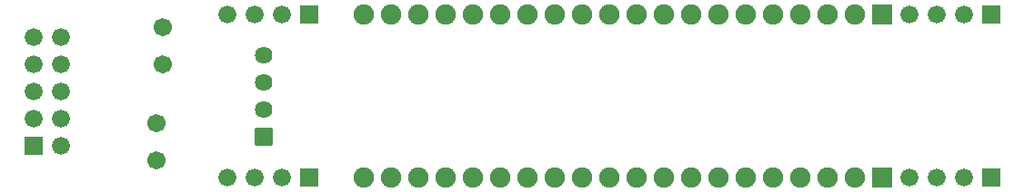
<source format=gbs>
G04 Layer: BottomSolderMaskLayer*
G04 EasyEDA v6.5.51, 2025-08-29 13:17:01*
G04 9dbd3623970045be9e5ad1379a4f5d38,14c8f2514d444a3a831de9b613ea4171,10*
G04 Gerber Generator version 0.2*
G04 Scale: 100 percent, Rotated: No, Reflected: No *
G04 Dimensions in millimeters *
G04 leading zeros omitted , absolute positions ,4 integer and 5 decimal *
%FSLAX45Y45*%
%MOMM*%

%AMMACRO1*4,1,8,-0.8085,-0.8382,-0.8382,-0.8084,-0.8382,0.8085,-0.8085,0.8382,0.8084,0.8382,0.8382,0.8085,0.8382,-0.8084,0.8084,-0.8382,-0.8085,-0.8382,0*%
%AMMACRO2*4,1,8,-0.9211,-0.9508,-0.9508,-0.921,-0.9508,0.9211,-0.9211,0.9508,0.921,0.9508,0.9508,0.9211,0.9508,-0.921,0.921,-0.9508,-0.9211,-0.9508,0*%
%AMMACRO3*4,1,8,-0.7831,-0.8128,-0.8128,-0.783,-0.8128,0.7831,-0.7831,0.8128,0.783,0.8128,0.8128,0.7831,0.8128,-0.783,0.783,-0.8128,-0.7831,-0.8128,0*%
%ADD10MACRO1*%
%ADD11C,1.6764*%
%ADD12C,1.7016*%
%ADD13C,1.9016*%
%ADD14MACRO2*%
%ADD15MACRO3*%
%ADD16C,0.0156*%
%ADD17C,1.6256*%

%LPD*%
D10*
G01*
X3174994Y-1701797D03*
D11*
G01*
X2921000Y-1701800D03*
G01*
X2667000Y-1701800D03*
G01*
X2413000Y-1701800D03*
D10*
G01*
X3174994Y-177800D03*
D11*
G01*
X2921000Y-177800D03*
G01*
X2667000Y-177800D03*
G01*
X2413000Y-177800D03*
D12*
G01*
X1816100Y-644905D03*
G01*
X1816100Y-294894D03*
G01*
X1752600Y-1546605D03*
G01*
X1752600Y-1196594D03*
D13*
G01*
X3683000Y-1701800D03*
G01*
X3937000Y-1701800D03*
G01*
X4191000Y-1701800D03*
G01*
X4445000Y-1701800D03*
G01*
X4699000Y-1701800D03*
G01*
X4953000Y-1701800D03*
G01*
X5207000Y-1701800D03*
G01*
X5461000Y-1701800D03*
G01*
X5715000Y-1701800D03*
G01*
X5969000Y-1701800D03*
G01*
X6223000Y-1701800D03*
G01*
X6477000Y-1701800D03*
G01*
X6731000Y-1701800D03*
G01*
X6985000Y-1701800D03*
G01*
X7239000Y-1701800D03*
G01*
X7493000Y-1701800D03*
G01*
X7747000Y-1701800D03*
G01*
X8001000Y-1701800D03*
G01*
X8255000Y-1701800D03*
D14*
G01*
X8508987Y-1701797D03*
D10*
G01*
X9524982Y-177800D03*
D11*
G01*
X9270974Y-177800D03*
G01*
X9016974Y-177800D03*
G01*
X8762974Y-177800D03*
D10*
G01*
X9524982Y-1701797D03*
D11*
G01*
X9270974Y-1701800D03*
G01*
X9016974Y-1701800D03*
G01*
X8762974Y-1701800D03*
D15*
G01*
X2755894Y-1320797D03*
D17*
G01*
X2755900Y-1066800D03*
G01*
X2755900Y-812800D03*
G01*
X2755900Y-558800D03*
D11*
G01*
X862507Y-389381D03*
G01*
X608507Y-389381D03*
G01*
X862507Y-643381D03*
G01*
X608507Y-643381D03*
G01*
X862507Y-897381D03*
G01*
X608507Y-897381D03*
G01*
X862507Y-1151381D03*
G01*
X608507Y-1151381D03*
G01*
X862507Y-1405381D03*
D10*
G01*
X608497Y-1405392D03*
D13*
G01*
X3683000Y-177800D03*
G01*
X3937000Y-177800D03*
G01*
X4191000Y-177800D03*
G01*
X4445000Y-177800D03*
G01*
X4699000Y-177800D03*
G01*
X4953000Y-177800D03*
G01*
X5207000Y-177800D03*
G01*
X5461000Y-177800D03*
G01*
X5715000Y-177800D03*
G01*
X5969000Y-177800D03*
G01*
X6223000Y-177800D03*
G01*
X6477000Y-177800D03*
G01*
X6731000Y-177800D03*
G01*
X6985000Y-177800D03*
G01*
X7239000Y-177800D03*
G01*
X7493000Y-177800D03*
G01*
X7747000Y-177800D03*
G01*
X8001000Y-177800D03*
G01*
X8255000Y-177800D03*
D14*
G01*
X8508987Y-177800D03*
M02*

</source>
